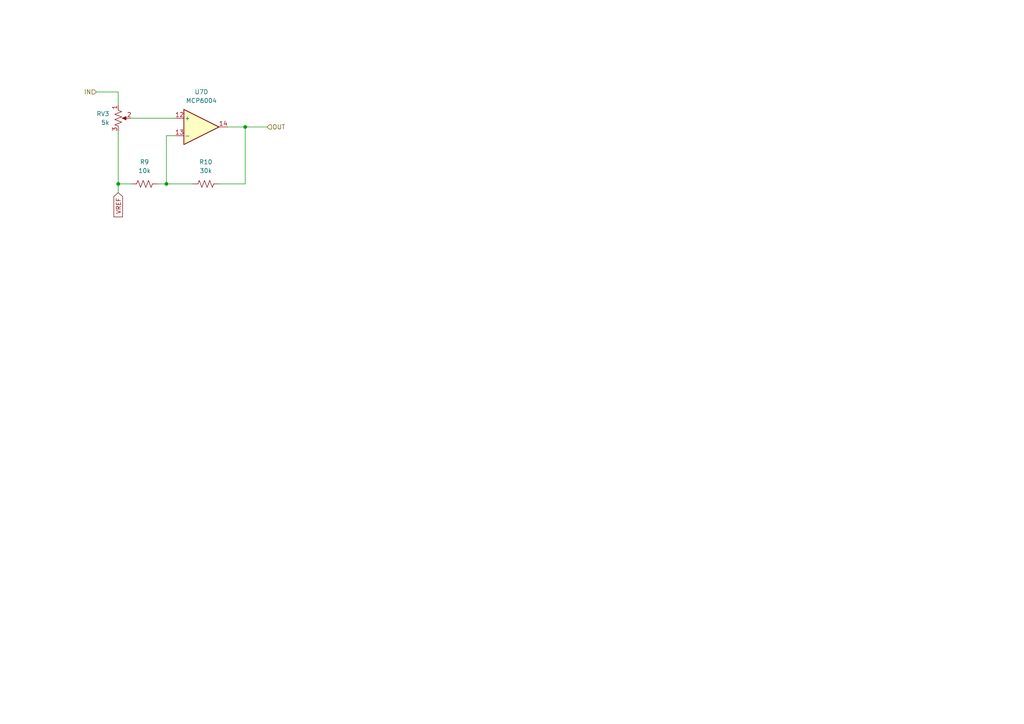
<source format=kicad_sch>
(kicad_sch (version 20250114) (generator "eeschema") (generator_version "9.0")
  (paper "A4")
  (lib_symbols
    (symbol "Amplifier_Operational:MCP6004" (pin_names (offset 0.127))
      (property "Reference" "U" (at 0 5.08 0))
      (property "Value" "MCP6004" (at 0 -5.08 0))
      (symbol "MCP6004_1_1"
        (polyline (pts (xy -5.08 5.08) (xy 5.08 0) (xy -5.08 -5.08) (xy -5.08 5.08)) (stroke (width 0.254)) (fill (type background)))
        (pin input line (at -7.62 2.54 0) (length 2.54) (name "+") (number "3"))
        (pin input line (at -7.62 -2.54 0) (length 2.54) (name "-") (number "2"))
        (pin output line (at 7.62 0 180) (length 2.54) (name "~") (number "1"))
      )
      (symbol "MCP6004_2_1"
        (polyline (pts (xy -5.08 5.08) (xy 5.08 0) (xy -5.08 -5.08) (xy -5.08 5.08)) (stroke (width 0.254)) (fill (type background)))
        (pin input line (at -7.62 2.54 0) (length 2.54) (name "+") (number "5"))
        (pin input line (at -7.62 -2.54 0) (length 2.54) (name "-") (number "6"))
        (pin output line (at 7.62 0 180) (length 2.54) (name "~") (number "7"))
      )
      (symbol "MCP6004_3_1"
        (polyline (pts (xy -5.08 5.08) (xy 5.08 0) (xy -5.08 -5.08) (xy -5.08 5.08)) (stroke (width 0.254)) (fill (type background)))
        (pin input line (at -7.62 2.54 0) (length 2.54) (name "+") (number "10"))
        (pin input line (at -7.62 -2.54 0) (length 2.54) (name "-") (number "9"))
        (pin output line (at 7.62 0 180) (length 2.54) (name "~") (number "8"))
      )
      (symbol "MCP6004_4_1"
        (polyline (pts (xy -5.08 5.08) (xy 5.08 0) (xy -5.08 -5.08) (xy -5.08 5.08)) (stroke (width 0.254)) (fill (type background)))
        (pin input line (at -7.62 2.54 0) (length 2.54) (name "+") (number "12"))
        (pin input line (at -7.62 -2.54 0) (length 2.54) (name "-") (number "13"))
        (pin output line (at 7.62 0 180) (length 2.54) (name "~") (number "14"))
      )
      (symbol "MCP6004_5_1"
        (pin power_in line (at -2.54 7.62 270) (length 3.81) (name "V+") (number "4"))
        (pin power_in line (at -2.54 -7.62 90) (length 3.81) (name "V-") (number "11"))
      )
    )
    (symbol "Device:R_Potentiometer_US" (pin_names (offset 1.016) (hide yes))
      (property "Reference" "RV" (at -4.445 0 90))
      (property "Value" "R_Potentiometer_US" (at -2.54 0 90))
      (symbol "R_Potentiometer_US_0_1"
        (polyline (pts (xy 0 2.54) (xy 0 2.286)))
        (polyline (pts (xy 0 2.286) (xy 1.016 1.905) (xy 0 1.524) (xy -1.016 1.143) (xy 0 0.762)))
        (polyline (pts (xy 0 0.762) (xy 1.016 0.381) (xy 0 0) (xy -1.016 -0.381) (xy 0 -0.762)))
        (polyline (pts (xy 0 -0.762) (xy 1.016 -1.143) (xy 0 -1.524) (xy -1.016 -1.905) (xy 0 -2.286)))
        (polyline (pts (xy 0 -2.286) (xy 0 -2.54)))
        (polyline (pts (xy 1.143 0) (xy 2.286 0.508) (xy 2.286 -0.508) (xy 1.143 0)) (fill (type outline)))
        (polyline (pts (xy 2.54 0) (xy 1.524 0)))
      )
      (symbol "R_Potentiometer_US_1_1"
        (pin passive line (at 0 3.81 270) (length 1.27) (name "1") (number "1"))
        (pin passive line (at 0 -3.81 90) (length 1.27) (name "3") (number "3"))
        (pin passive line (at 3.81 0 180) (length 1.27) (name "2") (number "2"))
      )
    )
    (symbol "Device:R_US" (pin_numbers (hide yes)) (pin_names (offset 0))
      (property "Reference" "R" (at 2.54 0 90))
      (property "Value" "R_US" (at -2.54 0 90))
      (symbol "R_US_0_1"
        (polyline (pts (xy 0 2.286) (xy 0 2.54)))
        (polyline (pts (xy 0 2.286) (xy 1.016 1.905) (xy 0 1.524) (xy -1.016 1.143) (xy 0 0.762)))
        (polyline (pts (xy 0 0.762) (xy 1.016 0.381) (xy 0 0) (xy -1.016 -0.381) (xy 0 -0.762)))
        (polyline (pts (xy 0 -0.762) (xy 1.016 -1.143) (xy 0 -1.524) (xy -1.016 -1.905) (xy 0 -2.286)))
        (polyline (pts (xy 0 -2.286) (xy 0 -2.54)))
      )
      (symbol "R_US_1_1"
        (pin passive line (at 0 3.81 270) (length 1.27) (name "~") (number "1"))
        (pin passive line (at 0 -3.81 90) (length 1.27) (name "~") (number "2"))
      )
    )
  )
  (junction (at 48.26 53.34))
  (junction (at 71.12 36.83))
  (junction (at 34.29 53.34))
  (wire (pts (xy 63.5 53.34) (xy 71.12 53.34)))
  (wire (pts (xy 38.1 34.29) (xy 50.8 34.29)))
  (wire (pts (xy 34.29 55.88) (xy 34.29 53.34)))
  (wire (pts (xy 34.29 26.67) (xy 34.29 30.48)))
  (wire (pts (xy 71.12 53.34) (xy 71.12 36.83)))
  (wire (pts (xy 48.26 39.37) (xy 50.8 39.37)))
  (wire (pts (xy 34.29 38.1) (xy 34.29 53.34)))
  (wire (pts (xy 48.26 53.34) (xy 55.88 53.34)))
  (wire (pts (xy 66.04 36.83) (xy 71.12 36.83)))
  (wire (pts (xy 27.94 26.67) (xy 34.29 26.67)))
  (wire (pts (xy 48.26 53.34) (xy 48.26 39.37)))
  (wire (pts (xy 45.72 53.34) (xy 48.26 53.34)))
  (wire (pts (xy 38.1 53.34) (xy 34.29 53.34)))
  (wire (pts (xy 71.12 36.83) (xy 77.47 36.83)))
  (global_label "VREF" (shape input) (at 34.29 55.88 270) (property "Intersheetrefs" "${INTERSHEET_REFS}" (effects (hide yes))))
  (hierarchical_label "IN" (shape input) (at 27.94 26.67 180))
  (hierarchical_label "OUT" (shape input) (at 77.47 36.83 0))
  (symbol (lib_id "Device:R_US") (at 41.91 53.34 90) (unit 1)
    (property "Reference" "R9" (at 41.91 46.99 90))
    (property "Value" "10k" (at 41.91 49.53 90))
    (property "Description" "Resistor, US symbol" (effects (hide yes)))
  )
  (symbol (lib_id "Amplifier_Operational:MCP6004") (at 58.42 36.83 0) (unit 4)
    (property "Reference" "U7" (at 58.42 26.67 0))
    (property "Value" "MCP6004" (at 58.42 29.21 0))
    (property "Datasheet" "http://ww1.microchip.com/downloads/en/DeviceDoc/21733j.pdf" (effects (hide yes)))
    (property "Description" "1MHz, Low-Power Op Amp, DIP-14/SOIC-14/TSSOP-14" (effects (hide yes)))
    (property "Sim.Library" "MCP6001.lib" (effects (hide yes)))
    (property "Sim.Name" "MCP6004" (effects (hide yes)))
    (property "Sim.Device" "SUBCKT" (effects (hide yes)))
    (property "Sim.Pins" "1=OUTA 2=A- 3=A+ 4=VDD 5=B+ 6=B- 7=OUTB 8=OUTC 9=C- 10=C+ 11=VSS 12=D+ 13=D- 14=OUTD" (effects (hide yes)))
  )
  (symbol (lib_id "Device:R_Potentiometer_US") (at 34.29 34.29 0) (unit 1)
    (property "Reference" "RV3" (at 31.75 33.0199 0) (effects (justify right)))
    (property "Value" "5k" (at 31.75 35.5599 0) (effects (justify right)))
    (property "Description" "Potentiometer, US symbol" (effects (hide yes)))
    (property "Sim.Device" "R" (effects (hide yes)))
    (property "Sim.Type" "POT" (effects (hide yes)))
    (property "Sim.Pins" "1=r0 2=wiper 3=r1" (effects (hide yes)))
    (property "Sim.Params" "pos=0.5" (effects (hide yes)))
  )
  (symbol (lib_id "Device:R_US") (at 59.69 53.34 90) (unit 1)
    (property "Reference" "R10" (at 59.69 46.99 90))
    (property "Value" "30k" (at 59.69 49.53 90))
    (property "Description" "Resistor, US symbol" (effects (hide yes)))
  )
)
</source>
